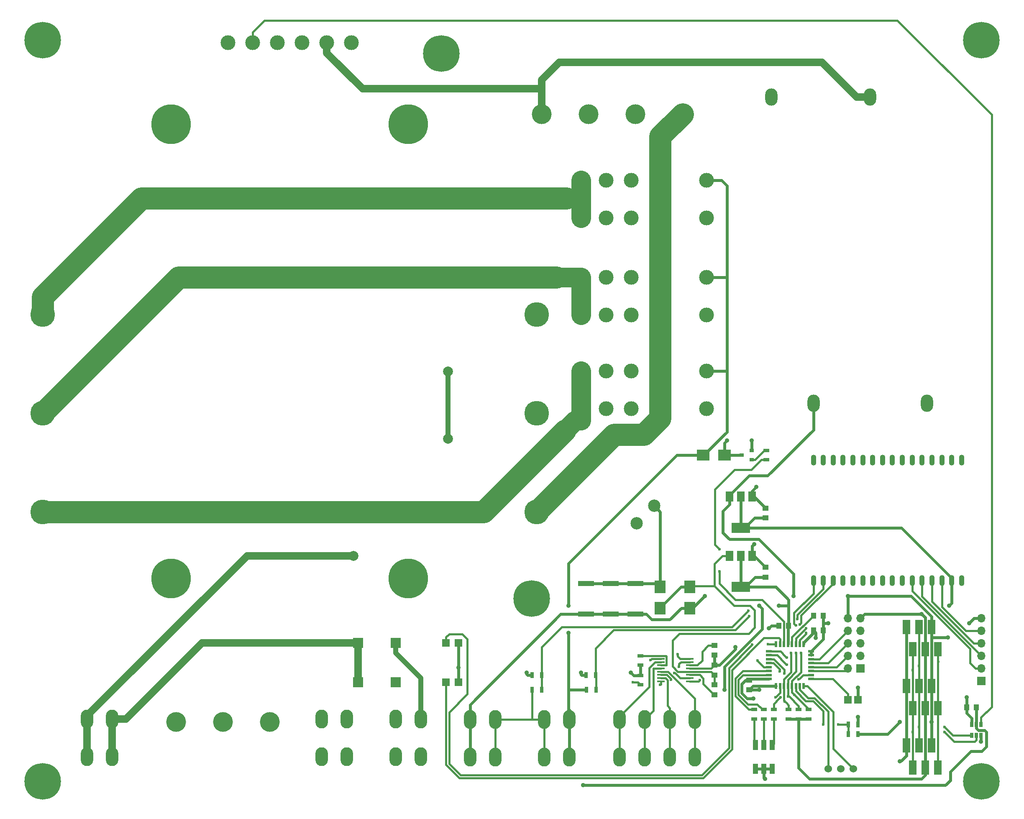
<source format=gbr>
G04 #@! TF.FileFunction,Copper,L1,Top,Signal*
%FSLAX46Y46*%
G04 Gerber Fmt 4.6, Leading zero omitted, Abs format (unit mm)*
G04 Created by KiCad (PCBNEW 4.0.7-e2-6376~58~ubuntu16.04.1) date Wed Aug 29 18:27:50 2018*
%MOMM*%
%LPD*%
G01*
G04 APERTURE LIST*
%ADD10C,0.100000*%
%ADD11C,7.400000*%
%ADD12C,3.000000*%
%ADD13C,2.500000*%
%ADD14R,1.250000X1.000000*%
%ADD15R,1.000000X1.250000*%
%ADD16R,2.300000X2.500000*%
%ADD17R,2.500000X2.300000*%
%ADD18O,2.540000X3.810000*%
%ADD19C,4.000000*%
%ADD20R,1.700000X1.700000*%
%ADD21O,1.700000X1.700000*%
%ADD22R,0.700000X1.300000*%
%ADD23R,1.300000X0.700000*%
%ADD24R,1.524000X1.524000*%
%ADD25R,0.900000X0.800000*%
%ADD26R,3.800000X2.000000*%
%ADD27R,1.500000X2.000000*%
%ADD28O,2.500000X3.500000*%
%ADD29O,1.100000X2.200000*%
%ADD30R,0.600000X1.200000*%
%ADD31R,1.200000X0.600000*%
%ADD32R,1.500000X0.450000*%
%ADD33R,0.650000X1.060000*%
%ADD34R,1.500000X1.500000*%
%ADD35R,2.000000X2.000000*%
%ADD36C,5.000000*%
%ADD37C,8.000000*%
%ADD38C,1.524000*%
%ADD39R,1.500000X3.000000*%
%ADD40R,1.100000X2.000000*%
%ADD41R,3.200000X1.000000*%
%ADD42C,0.900000*%
%ADD43C,2.000000*%
%ADD44C,0.600000*%
%ADD45C,0.400000*%
%ADD46C,0.600000*%
%ADD47C,1.500000*%
%ADD48C,1.000000*%
%ADD49C,4.500000*%
%ADD50C,4.000000*%
G04 APERTURE END LIST*
D10*
D11*
X267970000Y-236000000D03*
X177000000Y-199000000D03*
X78000000Y-236000000D03*
X268000000Y-86000000D03*
X158719581Y-88719581D03*
D12*
X212400000Y-153000000D03*
X212400000Y-160620000D03*
X192080000Y-153000000D03*
X187000000Y-153000000D03*
X197160000Y-153000000D03*
X192080000Y-160620000D03*
X187000000Y-160620000D03*
X197160000Y-160620000D03*
D13*
X201767767Y-180232233D03*
X198232233Y-183767767D03*
D14*
X224300000Y-192700000D03*
X224300000Y-194700000D03*
X224300000Y-180700000D03*
X224300000Y-182700000D03*
D15*
X234000000Y-202500000D03*
X236000000Y-202500000D03*
D14*
X214000000Y-212500000D03*
X214000000Y-214500000D03*
X214000000Y-216500000D03*
X214000000Y-218500000D03*
D15*
X234000000Y-205500000D03*
X236000000Y-205500000D03*
D14*
X214000000Y-210500000D03*
X214000000Y-208500000D03*
D15*
X229000000Y-204500000D03*
X227000000Y-204500000D03*
D14*
X221000000Y-217500000D03*
X221000000Y-215500000D03*
D15*
X267000000Y-221000000D03*
X265000000Y-221000000D03*
D16*
X209000000Y-196700000D03*
X209000000Y-201000000D03*
D17*
X211700000Y-170000000D03*
X216000000Y-170000000D03*
D18*
X87000000Y-223380000D03*
X87000000Y-231000000D03*
X92080000Y-223380000D03*
X92080000Y-231000000D03*
D19*
X207500000Y-101000000D03*
X198000000Y-101000000D03*
X188500000Y-101000000D03*
X179000000Y-101000000D03*
D20*
X243540000Y-213160000D03*
D21*
X241000000Y-213160000D03*
X243540000Y-210620000D03*
X241000000Y-210620000D03*
X243540000Y-208080000D03*
X241000000Y-208080000D03*
X243540000Y-205540000D03*
X241000000Y-205540000D03*
X243540000Y-203000000D03*
X241000000Y-203000000D03*
D18*
X194760000Y-223500000D03*
X194760000Y-231120000D03*
X199840000Y-223500000D03*
X199840000Y-231120000D03*
X210000000Y-223500000D03*
X204920000Y-223500000D03*
X204920000Y-231120000D03*
X210000000Y-231120000D03*
X164500000Y-223500000D03*
X164500000Y-231120000D03*
X169580000Y-223500000D03*
X169580000Y-231120000D03*
X134500000Y-223380000D03*
X134500000Y-231000000D03*
X139580000Y-223380000D03*
X139580000Y-231000000D03*
X149500000Y-223380000D03*
X149500000Y-231000000D03*
X154580000Y-223380000D03*
X154580000Y-231000000D03*
X179500000Y-223500000D03*
X179500000Y-231120000D03*
X184580000Y-223500000D03*
X184580000Y-231120000D03*
D19*
X105000000Y-224000000D03*
X114500000Y-224000000D03*
X124000000Y-224000000D03*
D12*
X212400000Y-114380000D03*
X212400000Y-122000000D03*
X192080000Y-114380000D03*
X187000000Y-114380000D03*
X197160000Y-114380000D03*
X192080000Y-122000000D03*
X187000000Y-122000000D03*
X197160000Y-122000000D03*
X212400000Y-134000000D03*
X212400000Y-141620000D03*
X192080000Y-134000000D03*
X187000000Y-134000000D03*
X197160000Y-134000000D03*
X192080000Y-141620000D03*
X187000000Y-141620000D03*
X197160000Y-141620000D03*
D22*
X243000000Y-226500000D03*
X241100000Y-226500000D03*
X241100000Y-224500000D03*
X243000000Y-224500000D03*
D23*
X222000000Y-221500000D03*
X222000000Y-223400000D03*
X224000000Y-221500000D03*
X224000000Y-223400000D03*
X226000000Y-221500000D03*
X226000000Y-223400000D03*
X231000000Y-223400000D03*
X231000000Y-221500000D03*
X229000000Y-223400000D03*
X229000000Y-221500000D03*
X199000000Y-212500000D03*
X199000000Y-210600000D03*
X199000000Y-214600000D03*
X199000000Y-216500000D03*
X233000000Y-223400000D03*
X233000000Y-221500000D03*
X224500000Y-169050000D03*
X224500000Y-170950000D03*
D22*
X177100000Y-217500000D03*
X179000000Y-217500000D03*
X179000000Y-214500000D03*
X177100000Y-214500000D03*
X188100000Y-217500000D03*
X190000000Y-217500000D03*
X189900000Y-214500000D03*
X188000000Y-214500000D03*
D24*
X241000000Y-219500000D03*
X243032000Y-219500000D03*
D25*
X221500000Y-170950000D03*
X221500000Y-169050000D03*
X219500000Y-170000000D03*
D26*
X219300000Y-196700000D03*
D27*
X219300000Y-190400000D03*
X217000000Y-190400000D03*
X221600000Y-190400000D03*
D26*
X219300000Y-184700000D03*
D27*
X219300000Y-178400000D03*
X217000000Y-178400000D03*
X221600000Y-178400000D03*
D28*
X234000000Y-159500000D03*
X257000000Y-159500000D03*
X225500000Y-97500000D03*
X245500000Y-97500000D03*
D29*
X264000000Y-171000000D03*
X262000000Y-171000000D03*
X260000000Y-171000000D03*
X258000000Y-171000000D03*
X256000000Y-171000000D03*
X254000000Y-171000000D03*
X252000000Y-171000000D03*
X250000000Y-171000000D03*
X248000000Y-171000000D03*
X246000000Y-171000000D03*
X244000000Y-171000000D03*
X242000000Y-171000000D03*
X240000000Y-171000000D03*
X238000000Y-171000000D03*
X236000000Y-171000000D03*
X234000000Y-171000000D03*
X234000000Y-195400000D03*
X236000000Y-195400000D03*
X238000000Y-195400000D03*
X240000000Y-195400000D03*
X242000000Y-195400000D03*
X244000000Y-195400000D03*
X246000000Y-195400000D03*
X248000000Y-195400000D03*
X250000000Y-195400000D03*
X252000000Y-195400000D03*
X254000000Y-195400000D03*
X256000000Y-195400000D03*
X258000000Y-195400000D03*
X260000000Y-195400000D03*
X262000000Y-195400000D03*
X264000000Y-195400000D03*
D30*
X232050000Y-208250000D03*
X231250000Y-208250000D03*
X230450000Y-208250000D03*
X229650000Y-208250000D03*
X228850000Y-208250000D03*
X228050000Y-208250000D03*
X227250000Y-208250000D03*
X226450000Y-208250000D03*
D31*
X225000000Y-209700000D03*
X225000000Y-210500000D03*
X225000000Y-211300000D03*
X225000000Y-212100000D03*
X225000000Y-212900000D03*
X225000000Y-213700000D03*
X225000000Y-214500000D03*
X225000000Y-215300000D03*
D30*
X226450000Y-216750000D03*
X227250000Y-216750000D03*
X228050000Y-216750000D03*
X228850000Y-216750000D03*
X229650000Y-216750000D03*
X230450000Y-216750000D03*
X231250000Y-216750000D03*
X232050000Y-216750000D03*
D31*
X233500000Y-215300000D03*
X233500000Y-214500000D03*
X233500000Y-213700000D03*
X233500000Y-212900000D03*
X233500000Y-212100000D03*
X233500000Y-211300000D03*
X233500000Y-210500000D03*
X233500000Y-209700000D03*
D32*
X203100000Y-211225000D03*
X203100000Y-211875000D03*
X203100000Y-212525000D03*
X203100000Y-213175000D03*
X203100000Y-213825000D03*
X203100000Y-214475000D03*
X203100000Y-215125000D03*
X203100000Y-215775000D03*
X209000000Y-215775000D03*
X209000000Y-215125000D03*
X209000000Y-214475000D03*
X209000000Y-213825000D03*
X209000000Y-213175000D03*
X209000000Y-212525000D03*
X209000000Y-211875000D03*
X209000000Y-211225000D03*
D33*
X267950000Y-224500000D03*
X267000000Y-224500000D03*
X266050000Y-224500000D03*
X266050000Y-226700000D03*
X267950000Y-226700000D03*
X267000000Y-226700000D03*
D34*
X162160000Y-216000000D03*
X159620000Y-216000000D03*
D35*
X149460000Y-216000000D03*
X141840000Y-216000000D03*
D34*
X162160000Y-208000000D03*
X159620000Y-208000000D03*
D35*
X149460000Y-208000000D03*
X141840000Y-208000000D03*
D36*
X178000000Y-141500000D03*
X178000000Y-161500000D03*
X178000000Y-181500000D03*
X78000000Y-141500000D03*
X78000000Y-161500000D03*
X78000000Y-181500000D03*
D37*
X152000000Y-103000000D03*
X152000000Y-195000000D03*
X104000000Y-103000000D03*
X104000000Y-195000000D03*
D12*
X140500000Y-86500000D03*
X135500000Y-86500000D03*
X130500000Y-86500000D03*
X125500000Y-86500000D03*
X120500000Y-86500000D03*
X115500000Y-86500000D03*
D38*
X237000000Y-233500000D03*
X239540000Y-233500000D03*
X242080000Y-233500000D03*
D39*
X252825000Y-228750000D03*
X254095000Y-233250000D03*
X255365000Y-228750000D03*
X256635000Y-233250000D03*
X257905000Y-228750000D03*
X259175000Y-233250000D03*
X252825000Y-216750000D03*
X254095000Y-221250000D03*
X255365000Y-216750000D03*
X256635000Y-221250000D03*
X257905000Y-216750000D03*
X259175000Y-221250000D03*
X252825000Y-204750000D03*
X254095000Y-209250000D03*
X255365000Y-204750000D03*
X256635000Y-209250000D03*
X257905000Y-204750000D03*
X259175000Y-209250000D03*
D40*
X222300000Y-233500000D03*
X224000000Y-233500000D03*
X225700000Y-233500000D03*
X225700000Y-228700000D03*
X224000000Y-228700000D03*
X222300000Y-228700000D03*
D16*
X203000000Y-201000000D03*
X203000000Y-196700000D03*
D41*
X188000000Y-196000000D03*
X188000000Y-202200000D03*
X198000000Y-196000000D03*
X198000000Y-202200000D03*
X193000000Y-196000000D03*
X193000000Y-202200000D03*
D20*
X268000000Y-215700000D03*
D21*
X268000000Y-213160000D03*
X268000000Y-210620000D03*
X268000000Y-208080000D03*
X268000000Y-205540000D03*
X268000000Y-203000000D03*
D11*
X78000000Y-86000000D03*
D42*
X218182794Y-208883179D03*
X243032000Y-217032000D03*
X224234408Y-235550990D03*
X221500000Y-167000000D03*
X222434290Y-176434290D03*
X162160000Y-213000000D03*
X221881580Y-219292528D03*
X251500000Y-232000000D03*
X265000000Y-219000000D03*
X267950000Y-227950000D03*
X243000000Y-223000000D03*
X237000000Y-204000000D03*
X225000000Y-205000000D03*
X197000000Y-214000000D03*
X187000000Y-214000000D03*
X176000000Y-214000000D03*
X222000000Y-188000000D03*
X234500000Y-207000000D03*
X227000000Y-200500000D03*
X223000000Y-200500000D03*
X216000000Y-217500000D03*
X223000000Y-217500000D03*
X261500000Y-200500000D03*
X255913203Y-202150001D03*
X187431192Y-236823794D03*
X184465605Y-205965605D03*
X184465605Y-200465605D03*
X261212570Y-206936711D03*
X265500000Y-204000000D03*
X230000000Y-198500000D03*
X212000000Y-198500000D03*
X241000000Y-198500000D03*
X251500000Y-224000000D03*
X257905000Y-224000000D03*
D43*
X140899523Y-190358460D03*
X160043607Y-153068565D03*
X160023895Y-166651243D03*
D44*
X239000000Y-224500000D03*
X236000000Y-224500000D03*
X231004371Y-215384180D03*
X227350990Y-219000000D03*
X230463590Y-204483724D03*
X255365000Y-212699010D03*
X228898011Y-218841750D03*
X230500000Y-210000000D03*
X255365000Y-225000000D03*
X260500000Y-225000000D03*
X230773908Y-203199010D03*
X228199010Y-219834723D03*
X229500000Y-210000000D03*
X254095000Y-213500000D03*
X254095000Y-226000000D03*
X260500000Y-226000000D03*
X205156524Y-215432615D03*
X197500000Y-216000000D03*
X231230717Y-204260257D03*
X231500000Y-210000000D03*
X231500000Y-210000000D03*
X259244119Y-211815719D03*
X230116365Y-218500000D03*
X215000000Y-189000000D03*
X215000000Y-193500000D03*
X220863054Y-201458709D03*
X232500000Y-206000000D03*
X220989416Y-202586248D03*
X232500000Y-205000000D03*
X224828259Y-208264736D03*
X221637059Y-208333438D03*
X228597627Y-210973385D03*
X206500000Y-210299990D03*
X228592793Y-212429114D03*
X206814289Y-212825738D03*
X228119624Y-214199418D03*
X211000000Y-215500000D03*
X227181444Y-213791514D03*
X205868949Y-214121965D03*
X222702247Y-211517403D03*
X201000000Y-211500000D03*
X226339675Y-218986329D03*
X203000000Y-216500000D03*
D42*
X216500000Y-167000000D03*
D45*
X217927020Y-200427020D02*
X214000000Y-196500000D01*
X221153829Y-200427020D02*
X217927020Y-200427020D01*
X222114108Y-201387299D02*
X221153829Y-200427020D01*
X222114108Y-204885460D02*
X222114108Y-201387299D01*
X220900557Y-206099011D02*
X222114108Y-204885460D01*
X206900989Y-206099011D02*
X220900557Y-206099011D01*
X205500000Y-207500000D02*
X206900989Y-206099011D01*
X205500000Y-212764465D02*
X205500000Y-207500000D01*
X206560535Y-213825000D02*
X205500000Y-212764465D01*
X209000000Y-213825000D02*
X206560535Y-213825000D01*
X214000000Y-214500000D02*
X214000000Y-216500000D01*
X214000000Y-196500000D02*
X209200000Y-196500000D01*
X209200000Y-196500000D02*
X209000000Y-196700000D01*
X214000000Y-196500000D02*
X214000000Y-192000000D01*
X214000000Y-192000000D02*
X215600000Y-190400000D01*
X215600000Y-190400000D02*
X217000000Y-190400000D01*
D46*
X203000000Y-201000000D02*
X203000000Y-200900000D01*
X203000000Y-200900000D02*
X207200000Y-196700000D01*
X207200000Y-196700000D02*
X207250000Y-196700000D01*
X207250000Y-196700000D02*
X209000000Y-196700000D01*
D45*
X209000000Y-213825000D02*
X213325000Y-213825000D01*
X213325000Y-213825000D02*
X214000000Y-214500000D01*
D46*
X214000000Y-212500000D02*
X214959493Y-212500000D01*
X214959493Y-212500000D02*
X218182794Y-209276699D01*
X218182794Y-209276699D02*
X218182794Y-208883179D01*
X243032000Y-219500000D02*
X243032000Y-217032000D01*
X224000000Y-235316582D02*
X224234408Y-235550990D01*
X224000000Y-233500000D02*
X224000000Y-235316582D01*
X221500000Y-169050000D02*
X221500000Y-167000000D01*
X221984291Y-176884289D02*
X222434290Y-176434290D01*
X221600000Y-177268580D02*
X221984291Y-176884289D01*
X221600000Y-178400000D02*
X221600000Y-177268580D01*
X162160000Y-213000000D02*
X162160000Y-208000000D01*
X162160000Y-214650000D02*
X162160000Y-213000000D01*
X162160000Y-216000000D02*
X162160000Y-214650000D01*
X221245184Y-219292528D02*
X221881580Y-219292528D01*
X220578010Y-219292528D02*
X221245184Y-219292528D01*
X220323352Y-215500000D02*
X219488781Y-216334571D01*
X221000000Y-215500000D02*
X220323352Y-215500000D01*
X219488781Y-216334571D02*
X219488781Y-218203299D01*
X219488781Y-218203299D02*
X220578010Y-219292528D01*
X251675000Y-232000000D02*
X251500000Y-232000000D01*
X252825000Y-228750000D02*
X252825000Y-230850000D01*
X252825000Y-230850000D02*
X251675000Y-232000000D01*
X252825000Y-216750000D02*
X252825000Y-218850000D01*
X252825000Y-218850000D02*
X252825000Y-228750000D01*
X252825000Y-204750000D02*
X252825000Y-216750000D01*
X265000000Y-221000000D02*
X265000000Y-219000000D01*
X266050000Y-224500000D02*
X266050000Y-224488165D01*
X266050000Y-224488165D02*
X266044966Y-224483131D01*
X266044966Y-224483131D02*
X266044966Y-223269966D01*
X266044966Y-223269966D02*
X265000000Y-222225000D01*
X265000000Y-222225000D02*
X265000000Y-221000000D01*
X267950000Y-226700000D02*
X267950000Y-227950000D01*
X243000000Y-224500000D02*
X243000000Y-223000000D01*
X224000000Y-233500000D02*
X225700000Y-233500000D01*
X222300000Y-233500000D02*
X224000000Y-233500000D01*
D45*
X209000000Y-213175000D02*
X213325000Y-213175000D01*
X213325000Y-213175000D02*
X214000000Y-212500000D01*
D46*
X236000000Y-204000000D02*
X236000000Y-202500000D01*
X236000000Y-205500000D02*
X236000000Y-204000000D01*
X236000000Y-204000000D02*
X237000000Y-204000000D01*
X225500000Y-204500000D02*
X225000000Y-205000000D01*
X227000000Y-204500000D02*
X225500000Y-204500000D01*
X236000000Y-205500000D02*
X236000000Y-207200000D01*
X236000000Y-207200000D02*
X233500000Y-209700000D01*
X233500000Y-210500000D02*
X233500000Y-209700000D01*
X225000000Y-215300000D02*
X221200000Y-215300000D01*
X221200000Y-215300000D02*
X221000000Y-215500000D01*
X214000000Y-210500000D02*
X214000000Y-212500000D01*
X197600000Y-214600000D02*
X197000000Y-214000000D01*
X199000000Y-214600000D02*
X197600000Y-214600000D01*
X199000000Y-212500000D02*
X199000000Y-214600000D01*
X187000000Y-214450000D02*
X187000000Y-214000000D01*
X188000000Y-214500000D02*
X187050000Y-214500000D01*
X187050000Y-214500000D02*
X187000000Y-214450000D01*
X176000000Y-214350000D02*
X176000000Y-214000000D01*
X177100000Y-214500000D02*
X176150000Y-214500000D01*
X176150000Y-214500000D02*
X176000000Y-214350000D01*
X221600000Y-188400000D02*
X222000000Y-188000000D01*
X221600000Y-190400000D02*
X221600000Y-188400000D01*
X221600000Y-190400000D02*
X222000000Y-190400000D01*
X222000000Y-190400000D02*
X224300000Y-192700000D01*
X221600000Y-178400000D02*
X222000000Y-178400000D01*
X222000000Y-178400000D02*
X224300000Y-180700000D01*
X216000000Y-217500000D02*
X216000000Y-212840525D01*
X216000000Y-212840525D02*
X223588823Y-205251702D01*
X223588823Y-205251702D02*
X223588823Y-201088823D01*
X223588823Y-201088823D02*
X223000000Y-200500000D01*
X234500000Y-207000000D02*
X234500000Y-206000000D01*
X234500000Y-206000000D02*
X234000000Y-205500000D01*
X227000000Y-200500000D02*
X229000000Y-200500000D01*
X234000000Y-206000000D02*
X234000000Y-205500000D01*
X232050000Y-207950000D02*
X234000000Y-206000000D01*
X232050000Y-208250000D02*
X232050000Y-207950000D01*
X229000000Y-204500000D02*
X229000000Y-200500000D01*
X229000000Y-200500000D02*
X229000000Y-199275000D01*
X221000000Y-217500000D02*
X223000000Y-217500000D01*
X224300000Y-194700000D02*
X222200000Y-194700000D01*
X222200000Y-194700000D02*
X220200000Y-196700000D01*
X220200000Y-196700000D02*
X219300000Y-196700000D01*
X229000000Y-199275000D02*
X226425000Y-196700000D01*
X226425000Y-196700000D02*
X222306340Y-196700000D01*
X219300000Y-190400000D02*
X219300000Y-196700000D01*
X228850000Y-208250000D02*
X228850000Y-204650000D01*
X228850000Y-204650000D02*
X229000000Y-204500000D01*
X226450000Y-216750000D02*
X221750000Y-216750000D01*
X221750000Y-216750000D02*
X221000000Y-217500000D01*
X219300000Y-196700000D02*
X222306340Y-196700000D01*
X256635000Y-233250000D02*
X256635000Y-234730373D01*
X256635000Y-234730373D02*
X255865373Y-235500000D01*
X255865373Y-235500000D02*
X233188020Y-235500000D01*
X233188020Y-235500000D02*
X231000000Y-233311980D01*
X231000000Y-233311980D02*
X231000000Y-223400000D01*
X262000000Y-200000000D02*
X262000000Y-195400000D01*
X261500000Y-200500000D02*
X262000000Y-200000000D01*
X256635000Y-209250000D02*
X256635000Y-202871798D01*
X256635000Y-202871798D02*
X255913203Y-202150001D01*
X255913203Y-202150001D02*
X244389999Y-202150001D01*
X244389999Y-202150001D02*
X243540000Y-203000000D01*
X219300000Y-184700000D02*
X251850000Y-184700000D01*
X251850000Y-184700000D02*
X262000000Y-194850000D01*
X262000000Y-194850000D02*
X262000000Y-195400000D01*
X224300000Y-182700000D02*
X222110366Y-182700000D01*
X222110366Y-182700000D02*
X220110366Y-184700000D01*
X220110366Y-184700000D02*
X219300000Y-184700000D01*
X231000000Y-223400000D02*
X233000000Y-223400000D01*
X229000000Y-223400000D02*
X231000000Y-223400000D01*
X219300000Y-178400000D02*
X219300000Y-184700000D01*
X256635000Y-221250000D02*
X256635000Y-233250000D01*
X256635000Y-209250000D02*
X256635000Y-218628202D01*
X256635000Y-218628202D02*
X256635000Y-221250000D01*
X224300000Y-182712883D02*
X224300000Y-182700000D01*
D45*
X229650000Y-208250000D02*
X229650000Y-206850000D01*
X229650000Y-206850000D02*
X234000000Y-202500000D01*
X213875000Y-218500000D02*
X214000000Y-218500000D01*
X211700002Y-216325002D02*
X213875000Y-218500000D01*
X211700002Y-215163998D02*
X211700002Y-216325002D01*
X211011004Y-214475000D02*
X211700002Y-215163998D01*
X209000000Y-214475000D02*
X211011004Y-214475000D01*
X209000000Y-212525000D02*
X210504130Y-212525000D01*
X210504130Y-212525000D02*
X211500000Y-211529130D01*
X211500000Y-211529130D02*
X211500000Y-209742283D01*
X211500000Y-209742283D02*
X212742283Y-208500000D01*
X212742283Y-208500000D02*
X214000000Y-208500000D01*
D46*
X267000000Y-223000000D02*
X267000000Y-225303202D01*
X267000000Y-225303202D02*
X267367797Y-225670999D01*
X267367797Y-225670999D02*
X268670999Y-225670999D01*
X268670999Y-225670999D02*
X269000000Y-226000000D01*
X269000000Y-226000000D02*
X269000000Y-228999864D01*
X269000000Y-228999864D02*
X268104301Y-229895563D01*
X268104301Y-229895563D02*
X265906293Y-229895563D01*
X265906293Y-229895563D02*
X261729359Y-234072497D01*
X261729359Y-234072497D02*
X261729359Y-235833009D01*
X261729359Y-235833009D02*
X260738574Y-236823794D01*
X260738574Y-236823794D02*
X188067588Y-236823794D01*
X188067588Y-236823794D02*
X187431192Y-236823794D01*
X184465605Y-205965605D02*
X184465605Y-217500000D01*
X184465605Y-217500000D02*
X184465605Y-221465605D01*
X188100000Y-217500000D02*
X187150000Y-217500000D01*
X187150000Y-217500000D02*
X184465605Y-217500000D01*
X184465605Y-221465605D02*
X184580000Y-221580000D01*
X184580000Y-221580000D02*
X184580000Y-223500000D01*
X184465605Y-191890693D02*
X184465605Y-200465605D01*
X211700000Y-170000000D02*
X206356298Y-170000000D01*
X206356298Y-170000000D02*
X184465605Y-191890693D01*
X267000000Y-223000000D02*
X267000000Y-221000000D01*
X267000000Y-224500000D02*
X267000000Y-223000000D01*
X184531475Y-223451475D02*
X184580000Y-223500000D01*
X216500000Y-153000000D02*
X216500000Y-165300000D01*
X216500000Y-165300000D02*
X211800000Y-170000000D01*
X211800000Y-170000000D02*
X211700000Y-170000000D01*
X216500000Y-134000000D02*
X216500000Y-153000000D01*
X212400000Y-153000000D02*
X216500000Y-153000000D01*
X216500000Y-115500000D02*
X216500000Y-134000000D01*
X212400000Y-134000000D02*
X216500000Y-134000000D01*
X215380000Y-114380000D02*
X216500000Y-115500000D01*
X212400000Y-114380000D02*
X215380000Y-114380000D01*
X184580000Y-223500000D02*
X184580000Y-231120000D01*
X182811450Y-202200000D02*
X164500000Y-220511450D01*
X164500000Y-220995000D02*
X164500000Y-223500000D01*
X188000000Y-202200000D02*
X182811450Y-202200000D01*
X164500000Y-220511450D02*
X164500000Y-220995000D01*
X257905000Y-216750000D02*
X257905000Y-207000000D01*
X257905000Y-207000000D02*
X257905000Y-204750000D01*
X261212570Y-206936711D02*
X257968289Y-206936711D01*
X257968289Y-206936711D02*
X257905000Y-207000000D01*
X266500000Y-203000000D02*
X268000000Y-203000000D01*
X265500000Y-204000000D02*
X266500000Y-203000000D01*
X241000000Y-198500000D02*
X253755000Y-198500000D01*
X257905000Y-202650000D02*
X257905000Y-204750000D01*
X253755000Y-198500000D02*
X257905000Y-202650000D01*
X221008573Y-174141427D02*
X217000000Y-178150000D01*
X217000000Y-178400000D02*
X217000000Y-180000000D01*
X217000000Y-180000000D02*
X215699011Y-181300989D01*
X230000000Y-194029972D02*
X230000000Y-197863604D01*
X234000000Y-164903156D02*
X224761729Y-174141427D01*
X217000000Y-178150000D02*
X217000000Y-178400000D01*
X234000000Y-159500000D02*
X234000000Y-164903156D01*
X224761729Y-174141427D02*
X221008573Y-174141427D01*
X215699011Y-181300989D02*
X215699011Y-185699011D01*
X215699011Y-185699011D02*
X217000000Y-187000000D01*
X222970028Y-187000000D02*
X230000000Y-194029972D01*
X217000000Y-187000000D02*
X222970028Y-187000000D01*
X230000000Y-197863604D02*
X230000000Y-198500000D01*
X209000000Y-201000000D02*
X209500000Y-201000000D01*
X209500000Y-201000000D02*
X212000000Y-198500000D01*
X241000000Y-203000000D02*
X241000000Y-198500000D01*
X243000000Y-226500000D02*
X249000000Y-226500000D01*
X249000000Y-226500000D02*
X251500000Y-224000000D01*
X257905000Y-224000000D02*
X257905000Y-228750000D01*
X257905000Y-216750000D02*
X257905000Y-224000000D01*
X164500000Y-223500000D02*
X164500000Y-226005000D01*
X164500000Y-226005000D02*
X164500000Y-231120000D01*
X198000000Y-202200000D02*
X200200000Y-202200000D01*
X200200000Y-202200000D02*
X201292976Y-203292976D01*
X201292976Y-203292976D02*
X204957024Y-203292976D01*
X204957024Y-203292976D02*
X207250000Y-201000000D01*
X207250000Y-201000000D02*
X209000000Y-201000000D01*
X193000000Y-202200000D02*
X198000000Y-202200000D01*
X188000000Y-202200000D02*
X193000000Y-202200000D01*
D47*
X87000000Y-223380000D02*
X87000000Y-231000000D01*
X119386540Y-190358460D02*
X139838863Y-190358460D01*
X87000000Y-222745000D02*
X119386540Y-190358460D01*
X87000000Y-223380000D02*
X87000000Y-222745000D01*
X139838863Y-190358460D02*
X140899523Y-190358460D01*
X87000000Y-223380000D02*
X87000000Y-224015000D01*
X87000000Y-224015000D02*
X87305769Y-223709231D01*
X179000000Y-101000000D02*
X179000000Y-95500000D01*
X142737581Y-95858901D02*
X178641099Y-95858901D01*
X179000000Y-95500000D02*
X179000000Y-94000000D01*
X135500000Y-86500000D02*
X135500000Y-88621320D01*
X135500000Y-88621320D02*
X142737581Y-95858901D01*
X178641099Y-95858901D02*
X179000000Y-95500000D01*
X179000000Y-94000000D02*
X179017011Y-94000000D01*
X179017011Y-94000000D02*
X182543199Y-90473812D01*
X182543199Y-90473812D02*
X235723812Y-90473812D01*
X242750000Y-97500000D02*
X245500000Y-97500000D01*
X235723812Y-90473812D02*
X242750000Y-97500000D01*
D48*
X160043607Y-153068565D02*
X160043607Y-166631531D01*
X160043607Y-166631531D02*
X160023895Y-166651243D01*
D49*
X203000000Y-162550002D02*
X203000000Y-105500000D01*
X203000000Y-105500000D02*
X207500000Y-101000000D01*
X178000000Y-181500000D02*
X193629999Y-165870001D01*
X193629999Y-165870001D02*
X199680001Y-165870001D01*
X199680001Y-165870001D02*
X203000000Y-162550002D01*
D45*
X233500000Y-212100000D02*
X236980000Y-212100000D01*
X236980000Y-212100000D02*
X241000000Y-208080000D01*
X233500000Y-211300000D02*
X235240000Y-211300000D01*
X235240000Y-211300000D02*
X241000000Y-205540000D01*
X194760000Y-223500000D02*
X194760000Y-225805000D01*
X194760000Y-225805000D02*
X194760000Y-231120000D01*
X203100000Y-211875000D02*
X201950000Y-211875000D01*
X201950000Y-211875000D02*
X200757749Y-213067251D01*
X200757749Y-213067251D02*
X200757749Y-216867251D01*
X200757749Y-216867251D02*
X194760000Y-222865000D01*
X194760000Y-222865000D02*
X194760000Y-223500000D01*
X199840000Y-223500000D02*
X199840000Y-231120000D01*
X203100000Y-213175000D02*
X201600152Y-213175001D01*
X201600152Y-213175001D02*
X201600152Y-221739848D01*
X201600152Y-221739848D02*
X199840000Y-223500000D01*
X210000000Y-221195000D02*
X210000000Y-223500000D01*
X203100000Y-213825000D02*
X204537460Y-213825000D01*
X204537460Y-213825000D02*
X210000000Y-219287540D01*
X210000000Y-219287540D02*
X210000000Y-221195000D01*
X210000000Y-223500000D02*
X210000000Y-231120000D01*
X204457522Y-220732522D02*
X204920000Y-221195000D01*
X204457522Y-215498949D02*
X204457522Y-220732522D01*
X204083573Y-215125000D02*
X204457522Y-215498949D01*
X203100000Y-215125000D02*
X204083573Y-215125000D01*
X204920000Y-221195000D02*
X204920000Y-223500000D01*
X204920000Y-223500000D02*
X204920000Y-231120000D01*
X169580000Y-223500000D02*
X177000000Y-223500000D01*
X177000000Y-223500000D02*
X179500000Y-223500000D01*
X177100000Y-217500000D02*
X177100000Y-223400000D01*
X177100000Y-223400000D02*
X177000000Y-223500000D01*
X179500000Y-223500000D02*
X179500000Y-231120000D01*
X169580000Y-223500000D02*
X169580000Y-231120000D01*
D48*
X149460000Y-208000000D02*
X149460000Y-210000000D01*
X154580000Y-220475000D02*
X154580000Y-223380000D01*
X154580000Y-215120000D02*
X154580000Y-220475000D01*
X149460000Y-210000000D02*
X154580000Y-215120000D01*
D50*
X187000000Y-118000000D02*
X187000000Y-122000000D01*
X187000000Y-114380000D02*
X187000000Y-118000000D01*
X187000000Y-118000000D02*
X184000000Y-118000000D01*
D49*
X97964467Y-118000000D02*
X184000000Y-118000000D01*
X78000000Y-141500000D02*
X78000000Y-137964467D01*
X78000000Y-137964467D02*
X97964467Y-118000000D01*
D50*
X187000000Y-134000000D02*
X182000000Y-134000000D01*
X187000000Y-141620000D02*
X187000000Y-134000000D01*
D49*
X105500000Y-134000000D02*
X182000000Y-134000000D01*
X78000000Y-161500000D02*
X105500000Y-134000000D01*
D50*
X187000000Y-163000000D02*
X185750002Y-163000000D01*
X185750002Y-163000000D02*
X183750002Y-165000000D01*
X187000000Y-160620000D02*
X187000000Y-163000000D01*
X187000000Y-153000000D02*
X187000000Y-160620000D01*
D49*
X78000000Y-181500000D02*
X167250002Y-181500000D01*
X167250002Y-181500000D02*
X183750002Y-165000000D01*
D45*
X230450000Y-216750000D02*
X230450000Y-217750000D01*
X230450000Y-217750000D02*
X232462174Y-219762174D01*
X232462174Y-219762174D02*
X233991655Y-219762174D01*
X233991655Y-219762174D02*
X236000000Y-221770519D01*
X236000000Y-221770519D02*
X236000000Y-224500000D01*
X239000000Y-224500000D02*
X241100000Y-224500000D01*
X241100000Y-226500000D02*
X241100000Y-224500000D01*
X218190759Y-218740956D02*
X220949803Y-221500000D01*
X219726512Y-213700000D02*
X218190759Y-215235752D01*
X220949803Y-221500000D02*
X220950000Y-221500000D01*
X220950000Y-221500000D02*
X222000000Y-221500000D01*
X218190759Y-215235752D02*
X218190759Y-218740956D01*
X225000000Y-213700000D02*
X219726512Y-213700000D01*
X225000000Y-214500000D02*
X219773640Y-214500000D01*
X219773640Y-214500000D02*
X218789770Y-215483870D01*
X218789770Y-215483870D02*
X218789770Y-218492838D01*
X218789770Y-218492838D02*
X220737247Y-220440315D01*
X220737247Y-220440315D02*
X222640315Y-220440315D01*
X222640315Y-220440315D02*
X223700000Y-221500000D01*
X223700000Y-221500000D02*
X224000000Y-221500000D01*
X233500000Y-214500000D02*
X231888551Y-214500000D01*
X231888551Y-214500000D02*
X231304370Y-215084181D01*
X231304370Y-215084181D02*
X231004371Y-215384180D01*
X227050991Y-219299999D02*
X227350990Y-219000000D01*
X226000000Y-220350990D02*
X227050991Y-219299999D01*
X226000000Y-221500000D02*
X226000000Y-220350990D01*
X230500000Y-210424264D02*
X230500000Y-210000000D01*
X228850000Y-216750000D02*
X228850000Y-215439292D01*
X230500000Y-213789292D02*
X230500000Y-210424264D01*
X228850000Y-215439292D02*
X230500000Y-213789292D01*
X234000000Y-197994922D02*
X230074906Y-201920016D01*
X230074906Y-201920016D02*
X230074906Y-204095040D01*
X230074906Y-204095040D02*
X230163591Y-204183725D01*
X234000000Y-195400000D02*
X234000000Y-197994922D01*
X230163591Y-204183725D02*
X230463590Y-204483724D01*
X255365000Y-206650000D02*
X255365000Y-212699010D01*
X255365000Y-204750000D02*
X255365000Y-206650000D01*
X255365000Y-216750000D02*
X255365000Y-212699010D01*
X229091750Y-218841750D02*
X228898011Y-218841750D01*
X231000000Y-220750000D02*
X229091750Y-218841750D01*
X228850000Y-218793739D02*
X228898011Y-218841750D01*
X231000000Y-221500000D02*
X231000000Y-220750000D01*
X228850000Y-216750000D02*
X228850000Y-218793739D01*
X255365000Y-225000000D02*
X255365000Y-228750000D01*
X255365000Y-224500000D02*
X255365000Y-225000000D01*
X255365000Y-216750000D02*
X255365000Y-224500000D01*
X262200000Y-226700000D02*
X260500000Y-225000000D01*
X266050000Y-226700000D02*
X262200000Y-226700000D01*
X229499290Y-213942873D02*
X229499290Y-210000710D01*
X229499290Y-210000710D02*
X229500000Y-210000000D01*
X228050000Y-216750000D02*
X228050000Y-215392163D01*
X228050000Y-215392163D02*
X229499290Y-213942873D01*
X230773908Y-202774746D02*
X230773908Y-203199010D01*
X236000000Y-195400000D02*
X236000000Y-197095168D01*
X236000000Y-197095168D02*
X230773908Y-202321260D01*
X230773908Y-202321260D02*
X230773908Y-202774746D01*
X228050000Y-216750000D02*
X228050000Y-219700603D01*
X228050000Y-219700603D02*
X228184120Y-219834723D01*
X228184120Y-219834723D02*
X228199010Y-219834723D01*
X229000000Y-220635713D02*
X228499009Y-220134722D01*
X229000000Y-221500000D02*
X229000000Y-220635713D01*
X228499009Y-220134722D02*
X228199010Y-219834723D01*
X254095000Y-213500000D02*
X254095000Y-221250000D01*
X254095000Y-209250000D02*
X254095000Y-213500000D01*
X254095000Y-226000000D02*
X254095000Y-233250000D01*
X254095000Y-221250000D02*
X254095000Y-226000000D01*
X262500000Y-228000000D02*
X260500000Y-226000000D01*
X266630000Y-228000000D02*
X262500000Y-228000000D01*
X267000000Y-226700000D02*
X267000000Y-227630000D01*
X267000000Y-227630000D02*
X266630000Y-228000000D01*
X203100000Y-212525000D02*
X204250001Y-212524999D01*
X204250001Y-212524999D02*
X204250001Y-210679999D01*
X204250001Y-210679999D02*
X204170002Y-210600000D01*
X204170002Y-210600000D02*
X200050000Y-210600000D01*
X200050000Y-210600000D02*
X199000000Y-210600000D01*
X203100000Y-214475000D02*
X204340331Y-214475000D01*
X204340331Y-214475000D02*
X205156524Y-215291193D01*
X205156524Y-215291193D02*
X205156524Y-215432615D01*
X197500000Y-216000000D02*
X198500000Y-216000000D01*
X198500000Y-216000000D02*
X199000000Y-216500000D01*
X238000000Y-195400000D02*
X238000000Y-195950000D01*
X238000000Y-195950000D02*
X231519091Y-202430909D01*
X231519091Y-202430909D02*
X231519091Y-203948633D01*
X231519091Y-203948633D02*
X231530716Y-203960258D01*
X231530716Y-203960258D02*
X231230717Y-204260257D01*
X231500000Y-213900000D02*
X231500000Y-210000000D01*
X229650000Y-215750000D02*
X231500000Y-213900000D01*
X229650000Y-216750000D02*
X229650000Y-215750000D01*
X259175000Y-211746600D02*
X259244119Y-211815719D01*
X259175000Y-209250000D02*
X259175000Y-211746600D01*
X259175000Y-221250000D02*
X259175000Y-211884838D01*
X259175000Y-211884838D02*
X259244119Y-211815719D01*
X230116365Y-218500000D02*
X233000000Y-221383635D01*
X229650000Y-218033635D02*
X230116365Y-218500000D01*
X259175000Y-221250000D02*
X259175000Y-233250000D01*
X229650000Y-216750000D02*
X229650000Y-218033635D01*
X233000000Y-221383635D02*
X233000000Y-221500000D01*
X221500000Y-170950000D02*
X222156546Y-170950000D01*
X222156546Y-170950000D02*
X224056546Y-169050000D01*
X224056546Y-169050000D02*
X224500000Y-169050000D01*
X228050000Y-208250000D02*
X228050000Y-203706798D01*
X228050000Y-203706798D02*
X223591245Y-199248043D01*
X223591245Y-199248043D02*
X218229841Y-199248043D01*
X218229841Y-199248043D02*
X215000000Y-196018202D01*
X215000000Y-196018202D02*
X215000000Y-193500000D01*
X215000000Y-189000000D02*
X214092149Y-188092149D01*
X214092149Y-188092149D02*
X214092149Y-176911471D01*
X214092149Y-176911471D02*
X218032197Y-172971423D01*
X218032197Y-172971423D02*
X221428577Y-172971423D01*
X221428577Y-172971423D02*
X223450000Y-170950000D01*
X223450000Y-170950000D02*
X224500000Y-170950000D01*
X179000000Y-214500000D02*
X179000000Y-208834307D01*
X179000000Y-208834307D02*
X183081210Y-204753097D01*
X183081210Y-204753097D02*
X217568666Y-204753097D01*
X217568666Y-204753097D02*
X220563055Y-201758708D01*
X220563055Y-201758708D02*
X220863054Y-201458709D01*
X232500000Y-206181798D02*
X232500000Y-206000000D01*
X231250000Y-208250000D02*
X231250000Y-207431798D01*
X231250000Y-207431798D02*
X232500000Y-206181798D01*
X179000000Y-217500000D02*
X179000000Y-214500000D01*
X189900000Y-214500000D02*
X189900000Y-209074667D01*
X220689417Y-202886247D02*
X220989416Y-202586248D01*
X189900000Y-209074667D02*
X193569490Y-205405177D01*
X193569490Y-205405177D02*
X218170487Y-205405177D01*
X218170487Y-205405177D02*
X220689417Y-202886247D01*
X230450000Y-207050000D02*
X232500000Y-205000000D01*
X230450000Y-208250000D02*
X230450000Y-207050000D01*
X190000000Y-217500000D02*
X190000000Y-214600000D01*
X190000000Y-214600000D02*
X189900000Y-214500000D01*
X233500000Y-215300000D02*
X237962000Y-215300000D01*
X241000000Y-218338000D02*
X241000000Y-219500000D01*
X237962000Y-215300000D02*
X241000000Y-218338000D01*
X224005019Y-207000000D02*
X227000000Y-207000000D01*
X217524378Y-213480641D02*
X224005019Y-207000000D01*
X217524378Y-229514518D02*
X217524378Y-213480641D01*
X227000000Y-207000000D02*
X227250000Y-207250000D01*
X162357450Y-235390925D02*
X211647971Y-235390925D01*
X159620000Y-232653475D02*
X162357450Y-235390925D01*
X159620000Y-216000000D02*
X159620000Y-232653475D01*
X227250000Y-207250000D02*
X227250000Y-208250000D01*
X211647971Y-235390925D02*
X217524378Y-229514518D01*
X221337060Y-208633437D02*
X221637059Y-208333438D01*
X216925367Y-229266400D02*
X216925367Y-213045130D01*
X160262352Y-232448698D02*
X162605568Y-234791914D01*
X160262352Y-222055059D02*
X160262352Y-232448698D01*
X163964276Y-218353135D02*
X160262352Y-222055059D01*
X163964276Y-207251760D02*
X163964276Y-218353135D01*
X162605568Y-234791914D02*
X211399853Y-234791914D01*
X160264962Y-206205038D02*
X162917554Y-206205038D01*
X159620000Y-206850000D02*
X160264962Y-206205038D01*
X159620000Y-208000000D02*
X159620000Y-206850000D01*
X211399853Y-234791914D02*
X216925367Y-229266400D01*
X216925367Y-213045130D02*
X221337060Y-208633437D01*
X162917554Y-206205038D02*
X163964276Y-207251760D01*
X224842995Y-208250000D02*
X224828259Y-208264736D01*
X226450000Y-208250000D02*
X224842995Y-208250000D01*
X228297628Y-210673386D02*
X228597627Y-210973385D01*
X227324242Y-209700000D02*
X228297628Y-210673386D01*
X225000000Y-209700000D02*
X227324242Y-209700000D01*
X209000000Y-211225000D02*
X206991655Y-211225000D01*
X206991655Y-211225000D02*
X206497728Y-210731073D01*
X206497728Y-210731073D02*
X206500000Y-210728801D01*
X206500000Y-210728801D02*
X206500000Y-210299990D01*
X228292794Y-212129115D02*
X228592793Y-212429114D01*
X226663679Y-210500000D02*
X228292794Y-212129115D01*
X225000000Y-210500000D02*
X226663679Y-210500000D01*
X209000000Y-211875000D02*
X207168631Y-211875000D01*
X207168631Y-211875000D02*
X206820147Y-212223484D01*
X206820147Y-212819880D02*
X206814289Y-212825738D01*
X206820147Y-212223484D02*
X206820147Y-212819880D01*
X228119624Y-213775154D02*
X228119624Y-214199418D01*
X228119624Y-213419624D02*
X228119624Y-213775154D01*
X226000000Y-211300000D02*
X228119624Y-213419624D01*
X225000000Y-211300000D02*
X226000000Y-211300000D01*
X210725000Y-215775000D02*
X211000000Y-215500000D01*
X209000000Y-215775000D02*
X210725000Y-215775000D01*
X227181444Y-213367250D02*
X227181444Y-213791514D01*
X225000000Y-212100000D02*
X225914194Y-212100000D01*
X225914194Y-212100000D02*
X227181444Y-213367250D01*
X206010371Y-214121965D02*
X205868949Y-214121965D01*
X207013406Y-215125000D02*
X206010371Y-214121965D01*
X209000000Y-215125000D02*
X207013406Y-215125000D01*
X224000000Y-212900000D02*
X222702247Y-211602247D01*
X222702247Y-211602247D02*
X222702247Y-211517403D01*
X225000000Y-212900000D02*
X224000000Y-212900000D01*
X201275000Y-211225000D02*
X201000000Y-211500000D01*
X203100000Y-211225000D02*
X201275000Y-211225000D01*
X226639674Y-218686330D02*
X226339675Y-218986329D01*
X227250000Y-218076004D02*
X226639674Y-218686330D01*
X227250000Y-216750000D02*
X227250000Y-218076004D01*
X203100000Y-216400000D02*
X203000000Y-216500000D01*
X203100000Y-215775000D02*
X203100000Y-216400000D01*
X234239773Y-219163163D02*
X237000000Y-221923390D01*
X231250000Y-216750000D02*
X231250000Y-217507794D01*
X237000000Y-232422370D02*
X237000000Y-233500000D01*
X237000000Y-221923390D02*
X237000000Y-232422370D01*
X232905369Y-219163163D02*
X234239773Y-219163163D01*
X231250000Y-217507794D02*
X232905369Y-219163163D01*
X232750000Y-216750000D02*
X238000000Y-222000000D01*
X241318001Y-232738001D02*
X242080000Y-233500000D01*
X238000000Y-222000000D02*
X238000000Y-229420000D01*
X232050000Y-216750000D02*
X232750000Y-216750000D01*
X238000000Y-229420000D02*
X241318001Y-232738001D01*
X270081878Y-220979869D02*
X267950000Y-223111747D01*
X267950000Y-223111747D02*
X267950000Y-224500000D01*
X120500000Y-86500000D02*
X120500000Y-84378680D01*
X120500000Y-84378680D02*
X122878680Y-82000000D01*
X122878680Y-82000000D02*
X251000000Y-82000000D01*
X251000000Y-82000000D02*
X270081878Y-101081878D01*
X270081878Y-101081878D02*
X270081878Y-220979869D01*
X267950000Y-224295000D02*
X267950000Y-224500000D01*
X226000000Y-223400000D02*
X226000000Y-228400000D01*
X226000000Y-228400000D02*
X225700000Y-228700000D01*
X224000000Y-223400000D02*
X224000000Y-224150000D01*
X224000000Y-224150000D02*
X224000000Y-228700000D01*
X222000000Y-223400000D02*
X222000000Y-228400000D01*
X222000000Y-228400000D02*
X222300000Y-228700000D01*
X233500000Y-213700000D02*
X240460000Y-213700000D01*
X240460000Y-213700000D02*
X241000000Y-213160000D01*
X233500000Y-212900000D02*
X238720000Y-212900000D01*
X238720000Y-212900000D02*
X241000000Y-210620000D01*
D47*
X92080000Y-223380000D02*
X92080000Y-231000000D01*
X141840000Y-216000000D02*
X141840000Y-208000000D01*
X92080000Y-223380000D02*
X94850000Y-223380000D01*
X110230000Y-208000000D02*
X139340000Y-208000000D01*
X139340000Y-208000000D02*
X141840000Y-208000000D01*
X94850000Y-223380000D02*
X110230000Y-208000000D01*
D45*
X254000000Y-195400000D02*
X254000000Y-197472726D01*
X254000000Y-197472726D02*
X265716096Y-209188822D01*
X265716096Y-209188822D02*
X265716096Y-212096979D01*
X265716096Y-212096979D02*
X266779117Y-213160000D01*
X266779117Y-213160000D02*
X268000000Y-213160000D01*
X267150001Y-209770001D02*
X268000000Y-210620000D01*
X256000000Y-195400000D02*
X256000000Y-198620000D01*
X256000000Y-198620000D02*
X267150001Y-209770001D01*
X258000000Y-195400000D02*
X258000000Y-199623110D01*
X258000000Y-199623110D02*
X266456890Y-208080000D01*
X266456890Y-208080000D02*
X268000000Y-208080000D01*
X260000000Y-195400000D02*
X260000000Y-200698303D01*
X260000000Y-200698303D02*
X264841697Y-205540000D01*
X264841697Y-205540000D02*
X268000000Y-205540000D01*
D46*
X203000000Y-196700000D02*
X203000000Y-181464466D01*
X203000000Y-181464466D02*
X201767767Y-180232233D01*
X198000000Y-196000000D02*
X202300000Y-196000000D01*
X202300000Y-196000000D02*
X203000000Y-196700000D01*
X193000000Y-196000000D02*
X198000000Y-196000000D01*
X188000000Y-196000000D02*
X193000000Y-196000000D01*
X216000000Y-170000000D02*
X219500000Y-170000000D01*
X216000000Y-167500000D02*
X216500000Y-167000000D01*
X216000000Y-170000000D02*
X216000000Y-167500000D01*
M02*

</source>
